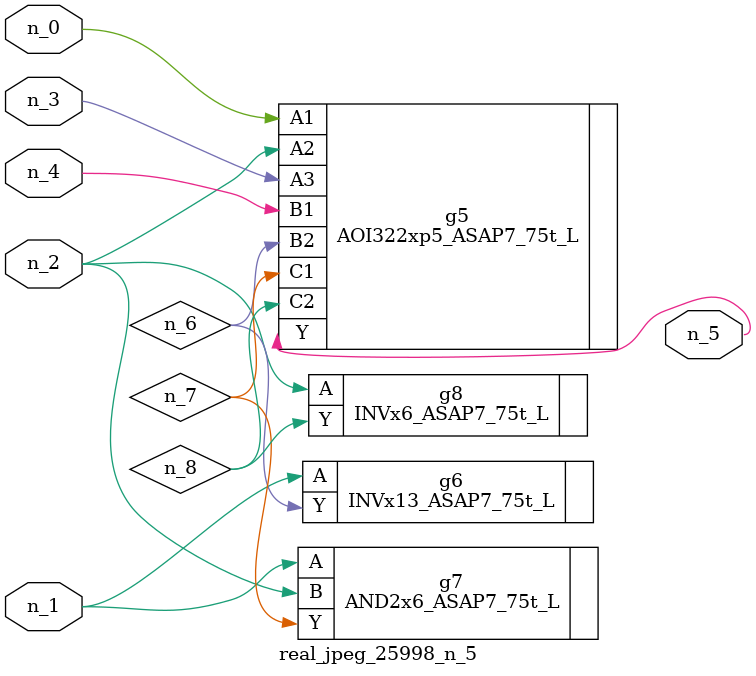
<source format=v>
module real_jpeg_25998_n_5 (n_4, n_0, n_1, n_2, n_3, n_5);

input n_4;
input n_0;
input n_1;
input n_2;
input n_3;

output n_5;

wire n_8;
wire n_6;
wire n_7;

AOI322xp5_ASAP7_75t_L g5 ( 
.A1(n_0),
.A2(n_2),
.A3(n_3),
.B1(n_4),
.B2(n_6),
.C1(n_7),
.C2(n_8),
.Y(n_5)
);

INVx13_ASAP7_75t_L g6 ( 
.A(n_1),
.Y(n_6)
);

AND2x6_ASAP7_75t_L g7 ( 
.A(n_1),
.B(n_2),
.Y(n_7)
);

INVx6_ASAP7_75t_L g8 ( 
.A(n_2),
.Y(n_8)
);


endmodule
</source>
